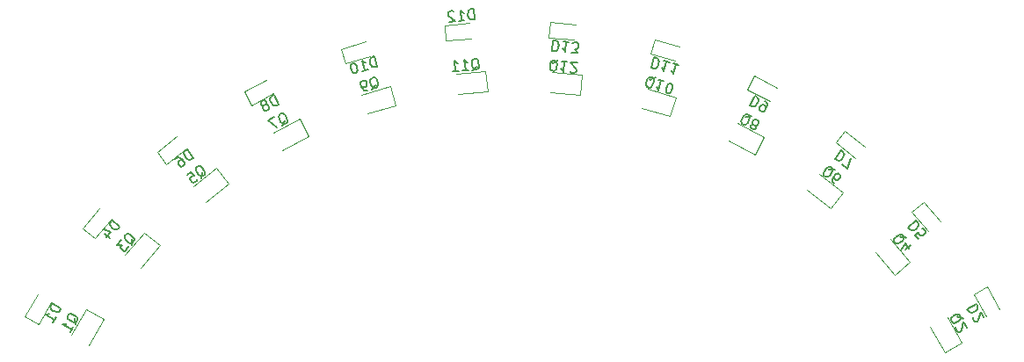
<source format=gbr>
%TF.GenerationSoftware,KiCad,Pcbnew,(6.0.4)*%
%TF.CreationDate,2022-09-17T01:55:58+09:00*%
%TF.ProjectId,robotrace_v1_Linesensor,726f626f-7472-4616-9365-5f76315f4c69,rev?*%
%TF.SameCoordinates,Original*%
%TF.FileFunction,Legend,Bot*%
%TF.FilePolarity,Positive*%
%FSLAX46Y46*%
G04 Gerber Fmt 4.6, Leading zero omitted, Abs format (unit mm)*
G04 Created by KiCad (PCBNEW (6.0.4)) date 2022-09-17 01:55:58*
%MOMM*%
%LPD*%
G01*
G04 APERTURE LIST*
%ADD10C,0.150000*%
%ADD11C,0.120000*%
G04 APERTURE END LIST*
D10*
%TO.C,D7*%
X176493778Y-49215617D02*
X175871263Y-49998226D01*
X176057599Y-50146443D01*
X176199043Y-50198107D01*
X176332864Y-50182860D01*
X176429419Y-50137969D01*
X176585260Y-50018545D01*
X176674191Y-49906744D01*
X176755498Y-49728032D01*
X176777518Y-49623854D01*
X176762271Y-49490033D01*
X176680113Y-49363835D01*
X176493778Y-49215617D01*
X176579337Y-50561453D02*
X177101076Y-50976463D01*
X177388187Y-49927063D01*
%TO.C,D10*%
X131788906Y-41119988D02*
X131504890Y-40161168D01*
X131276600Y-40228790D01*
X131153150Y-40315022D01*
X131088883Y-40433387D01*
X131070274Y-40538228D01*
X131078714Y-40734385D01*
X131119288Y-40871359D01*
X131219044Y-41040467D01*
X131291751Y-41118259D01*
X131410117Y-41182526D01*
X131560615Y-41187610D01*
X131788906Y-41119988D01*
X130327847Y-41552773D02*
X130875744Y-41390478D01*
X130601796Y-41471626D02*
X130317780Y-40512806D01*
X130449670Y-40622731D01*
X130568035Y-40686998D01*
X130672876Y-40705607D01*
X129450277Y-40769772D02*
X129358961Y-40796821D01*
X129281169Y-40869528D01*
X129249035Y-40928711D01*
X129230426Y-41033552D01*
X129238866Y-41229709D01*
X129306489Y-41457999D01*
X129406245Y-41627107D01*
X129478953Y-41704898D01*
X129538135Y-41737032D01*
X129642976Y-41755641D01*
X129734292Y-41728592D01*
X129812084Y-41655885D01*
X129844217Y-41596702D01*
X129862826Y-41491861D01*
X129854386Y-41295704D01*
X129786763Y-41067414D01*
X129687007Y-40898306D01*
X129614300Y-40820515D01*
X129555117Y-40788381D01*
X129450277Y-40769772D01*
%TO.C,D13*%
X148727604Y-38596734D02*
X148631758Y-39592130D01*
X148868757Y-39614951D01*
X149015521Y-39581243D01*
X149119449Y-39495572D01*
X149175977Y-39405336D01*
X149241633Y-39220301D01*
X149255325Y-39078101D01*
X149226182Y-38883938D01*
X149187910Y-38784574D01*
X149102238Y-38680647D01*
X148964603Y-38619555D01*
X148727604Y-38596734D01*
X150244398Y-38742785D02*
X149675600Y-38688016D01*
X149959999Y-38715400D02*
X149864153Y-39710796D01*
X149783046Y-39559469D01*
X149697375Y-39455541D01*
X149607139Y-39399013D01*
X150480351Y-39770130D02*
X151096549Y-39829463D01*
X150801263Y-39418315D01*
X150943462Y-39432008D01*
X151042826Y-39393736D01*
X151094790Y-39350900D01*
X151151318Y-39260665D01*
X151174138Y-39023666D01*
X151135867Y-38924302D01*
X151093031Y-38872338D01*
X151002795Y-38815810D01*
X150718396Y-38788426D01*
X150619033Y-38826697D01*
X150567069Y-38869533D01*
%TO.C,D6*%
X114069449Y-49923691D02*
X113446934Y-49141083D01*
X113260599Y-49289301D01*
X113178441Y-49415499D01*
X113163194Y-49549320D01*
X113185214Y-49653498D01*
X113266521Y-49832209D01*
X113355452Y-49944011D01*
X113511293Y-50063435D01*
X113607847Y-50108326D01*
X113741669Y-50123573D01*
X113883113Y-50071909D01*
X114069449Y-49923691D01*
X112328922Y-50030390D02*
X112477991Y-49911816D01*
X112582168Y-49889796D01*
X112649079Y-49897419D01*
X112812544Y-49949933D01*
X112968385Y-50069358D01*
X113205533Y-50367494D01*
X113227553Y-50471672D01*
X113219930Y-50538583D01*
X113175039Y-50635137D01*
X113025971Y-50753711D01*
X112921793Y-50775731D01*
X112854883Y-50768108D01*
X112758329Y-50723217D01*
X112610111Y-50536882D01*
X112588091Y-50432704D01*
X112595714Y-50365793D01*
X112640605Y-50269239D01*
X112789673Y-50150665D01*
X112893851Y-50128645D01*
X112960761Y-50136268D01*
X113057316Y-50181159D01*
%TO.C,Q9*%
X131285383Y-43366377D02*
X131363175Y-43293670D01*
X131427442Y-43175305D01*
X131523842Y-42997757D01*
X131601634Y-42925050D01*
X131692950Y-42898001D01*
X131714915Y-43139816D02*
X131792706Y-43067109D01*
X131856973Y-42948743D01*
X131848533Y-42752587D01*
X131753861Y-42432980D01*
X131654105Y-42263872D01*
X131535740Y-42199605D01*
X131430899Y-42180996D01*
X131248267Y-42235094D01*
X131170475Y-42307801D01*
X131106208Y-42426167D01*
X131114648Y-42622324D01*
X131209320Y-42941930D01*
X131309076Y-43111038D01*
X131427442Y-43175305D01*
X131532282Y-43193914D01*
X131714915Y-43139816D01*
X130847411Y-43396782D02*
X130664779Y-43450880D01*
X130559938Y-43432271D01*
X130500755Y-43400138D01*
X130368866Y-43290213D01*
X130269109Y-43121105D01*
X130160913Y-42755840D01*
X130179522Y-42650999D01*
X130211656Y-42591817D01*
X130289447Y-42519110D01*
X130472080Y-42465011D01*
X130576920Y-42483620D01*
X130636103Y-42515754D01*
X130708810Y-42593546D01*
X130776433Y-42821836D01*
X130757824Y-42926677D01*
X130725690Y-42985859D01*
X130647899Y-43058566D01*
X130465266Y-43112665D01*
X130360426Y-43094056D01*
X130301243Y-43061922D01*
X130228536Y-42984130D01*
%TO.C,Q8*%
X167860270Y-45876711D02*
X167753804Y-45874974D01*
X167625351Y-45915475D01*
X167432671Y-45976227D01*
X167326206Y-45974489D01*
X167241729Y-45930513D01*
X167393907Y-45741308D02*
X167287442Y-45739571D01*
X167158989Y-45780072D01*
X167028798Y-45927038D01*
X166874882Y-46222709D01*
X166829168Y-46413651D01*
X166869670Y-46542105D01*
X166932159Y-46628319D01*
X167101113Y-46716271D01*
X167207579Y-46718009D01*
X167336032Y-46677508D01*
X167466223Y-46530541D01*
X167620139Y-46234871D01*
X167665852Y-46043928D01*
X167625351Y-45915475D01*
X167562862Y-45829260D01*
X167393907Y-45741308D01*
X168017062Y-46709920D02*
X167910597Y-46708183D01*
X167846370Y-46728433D01*
X167760155Y-46790923D01*
X167738167Y-46833161D01*
X167736430Y-46939626D01*
X167756680Y-47003853D01*
X167819170Y-47090068D01*
X167988124Y-47178020D01*
X168094589Y-47179757D01*
X168158816Y-47159507D01*
X168245031Y-47097018D01*
X168267019Y-47054779D01*
X168268756Y-46948314D01*
X168248506Y-46884087D01*
X168186016Y-46797872D01*
X168017062Y-46709920D01*
X167954573Y-46623706D01*
X167934322Y-46559479D01*
X167936060Y-46453014D01*
X168024012Y-46284059D01*
X168110226Y-46221570D01*
X168174453Y-46201320D01*
X168280918Y-46203057D01*
X168449873Y-46291009D01*
X168512362Y-46377224D01*
X168532612Y-46441450D01*
X168530875Y-46547916D01*
X168442923Y-46716870D01*
X168356708Y-46779359D01*
X168292482Y-46799610D01*
X168186016Y-46797872D01*
%TO.C,D11*%
X158468060Y-40252484D02*
X158184044Y-41211304D01*
X158412335Y-41278926D01*
X158562833Y-41273842D01*
X158681199Y-41209575D01*
X158753906Y-41131783D01*
X158853662Y-40962675D01*
X158894236Y-40825701D01*
X158902676Y-40629544D01*
X158884067Y-40524704D01*
X158819800Y-40406338D01*
X158696350Y-40320107D01*
X158468060Y-40252484D01*
X159929118Y-40685269D02*
X159381221Y-40522975D01*
X159655170Y-40604122D02*
X159371154Y-41562942D01*
X159320412Y-41398918D01*
X159256145Y-41280553D01*
X159178353Y-41207846D01*
X160842280Y-40955760D02*
X160294383Y-40793466D01*
X160568331Y-40874613D02*
X160284316Y-41833433D01*
X160233573Y-41669409D01*
X160169306Y-41551044D01*
X160091515Y-41478337D01*
%TO.C,D12*%
X141132166Y-36563312D02*
X141036320Y-35567915D01*
X140799321Y-35590736D01*
X140661685Y-35651828D01*
X140576014Y-35755756D01*
X140537742Y-35855119D01*
X140508599Y-36049283D01*
X140522291Y-36191482D01*
X140587947Y-36376517D01*
X140644475Y-36466753D01*
X140748403Y-36552425D01*
X140895167Y-36586132D01*
X141132166Y-36563312D01*
X139615371Y-36709362D02*
X140184169Y-36654593D01*
X139899770Y-36681978D02*
X139803925Y-35686582D01*
X139912417Y-35819653D01*
X140016344Y-35905324D01*
X140115708Y-35943596D01*
X139149455Y-35845278D02*
X139097491Y-35802443D01*
X138998128Y-35764171D01*
X138761129Y-35786991D01*
X138670893Y-35843519D01*
X138628057Y-35895483D01*
X138589786Y-35994847D01*
X138598914Y-36089647D01*
X138660006Y-36227282D01*
X139283573Y-36741311D01*
X138667375Y-36800644D01*
%TO.C,D8*%
X122283884Y-44758878D02*
X121822136Y-43871867D01*
X121610943Y-43981807D01*
X121506215Y-44090010D01*
X121465714Y-44218463D01*
X121467451Y-44324928D01*
X121513165Y-44515871D01*
X121579129Y-44642587D01*
X121709319Y-44789553D01*
X121795534Y-44852042D01*
X121923987Y-44892543D01*
X122072691Y-44868818D01*
X122283884Y-44758878D01*
X121006301Y-44779727D02*
X121068790Y-44693513D01*
X121089041Y-44629286D01*
X121087304Y-44522821D01*
X121065316Y-44480582D01*
X120979101Y-44418093D01*
X120914874Y-44397842D01*
X120808409Y-44399580D01*
X120639455Y-44487532D01*
X120576965Y-44573747D01*
X120556715Y-44637973D01*
X120558452Y-44744438D01*
X120580440Y-44786677D01*
X120666655Y-44849166D01*
X120730882Y-44869417D01*
X120837347Y-44867679D01*
X121006301Y-44779727D01*
X121112766Y-44777990D01*
X121176993Y-44798240D01*
X121263208Y-44860730D01*
X121351160Y-45029684D01*
X121352897Y-45136149D01*
X121332647Y-45200376D01*
X121270158Y-45286591D01*
X121101203Y-45374543D01*
X120994738Y-45376280D01*
X120930511Y-45356030D01*
X120844297Y-45293540D01*
X120756344Y-45124586D01*
X120754607Y-45018121D01*
X120774858Y-44953894D01*
X120837347Y-44867679D01*
%TO.C,D4*%
X106990728Y-56561256D02*
X106230322Y-55911808D01*
X106075692Y-56092857D01*
X106019123Y-56232413D01*
X106029691Y-56366685D01*
X106071184Y-56464747D01*
X106185097Y-56624661D01*
X106293727Y-56717439D01*
X106469492Y-56804934D01*
X106572838Y-56830576D01*
X106707110Y-56820009D01*
X106836098Y-56742305D01*
X106990728Y-56561256D01*
X105556008Y-57214585D02*
X106062945Y-57647551D01*
X105420960Y-56786127D02*
X106118738Y-57068970D01*
X105716698Y-57539697D01*
%TO.C,Q12*%
X149191834Y-40477729D02*
X149092470Y-40516000D01*
X148988542Y-40601672D01*
X148832650Y-40730179D01*
X148733287Y-40768451D01*
X148638487Y-40759322D01*
X148708707Y-40526887D02*
X148609344Y-40565159D01*
X148505416Y-40650831D01*
X148439760Y-40835866D01*
X148407811Y-41167664D01*
X148436954Y-41361828D01*
X148522626Y-41465756D01*
X148612862Y-41522284D01*
X148802461Y-41540540D01*
X148901825Y-41502268D01*
X149005752Y-41416597D01*
X149071408Y-41231562D01*
X149103357Y-40899763D01*
X149074214Y-40705600D01*
X148988542Y-40601672D01*
X148898307Y-40545144D01*
X148708707Y-40526887D01*
X150083302Y-40659246D02*
X149514504Y-40604477D01*
X149798903Y-40631861D02*
X149703057Y-41627258D01*
X149621950Y-41475930D01*
X149536279Y-41372002D01*
X149446043Y-41315474D01*
X150375783Y-41596355D02*
X150418619Y-41648319D01*
X150508854Y-41704847D01*
X150745853Y-41727667D01*
X150845217Y-41689396D01*
X150897181Y-41646560D01*
X150953709Y-41556324D01*
X150962837Y-41461525D01*
X150929130Y-41314761D01*
X150415101Y-40691194D01*
X151031298Y-40750527D01*
%TO.C,Q2*%
X188205812Y-65444949D02*
X188117469Y-65385507D01*
X187987681Y-65349513D01*
X187792998Y-65295523D01*
X187704655Y-65236081D01*
X187657758Y-65153190D01*
X187888434Y-65077391D02*
X187800091Y-65017949D01*
X187670302Y-64981956D01*
X187481072Y-65034305D01*
X187190953Y-65198446D01*
X187048620Y-65333687D01*
X187012626Y-65463475D01*
X187018078Y-65569815D01*
X187111873Y-65735597D01*
X187200216Y-65795039D01*
X187330005Y-65831033D01*
X187519235Y-65778683D01*
X187809354Y-65614542D01*
X187951687Y-65479302D01*
X187987681Y-65349513D01*
X187982229Y-65243173D01*
X187888434Y-65077391D01*
X187499598Y-66227491D02*
X187481601Y-66292385D01*
X187487053Y-66398725D01*
X187604297Y-66605953D01*
X187692640Y-66665395D01*
X187757534Y-66683392D01*
X187863874Y-66677940D01*
X187946765Y-66631042D01*
X188047653Y-66519251D01*
X188263614Y-65740519D01*
X188568447Y-66279311D01*
%TO.C,D2*%
X189475667Y-63988997D02*
X188605312Y-64481421D01*
X188722555Y-64688648D01*
X188834347Y-64789536D01*
X188964136Y-64825529D01*
X189070475Y-64820078D01*
X189259706Y-64767728D01*
X189384043Y-64697382D01*
X189526376Y-64562141D01*
X189585818Y-64473798D01*
X189621812Y-64344010D01*
X189592911Y-64196225D01*
X189475667Y-63988997D01*
X189157177Y-65263433D02*
X189139181Y-65328328D01*
X189144633Y-65434667D01*
X189261876Y-65641895D01*
X189350219Y-65701337D01*
X189415114Y-65719334D01*
X189521453Y-65713882D01*
X189604344Y-65666984D01*
X189705232Y-65555193D01*
X189921193Y-64776462D01*
X190226027Y-65315253D01*
%TO.C,Q5*%
X114818285Y-51907981D02*
X114863176Y-51811426D01*
X114878423Y-51677605D01*
X114901294Y-51476873D01*
X114946184Y-51380319D01*
X115020718Y-51321032D01*
X115131669Y-51537011D02*
X115176559Y-51440457D01*
X115191806Y-51306635D01*
X115110499Y-51127924D01*
X114902994Y-50867054D01*
X114747153Y-50747630D01*
X114613332Y-50732383D01*
X114509154Y-50754403D01*
X114360086Y-50872977D01*
X114315196Y-50969531D01*
X114299949Y-51103352D01*
X114381256Y-51282064D01*
X114588761Y-51542933D01*
X114744602Y-51662358D01*
X114878423Y-51677605D01*
X114982601Y-51655585D01*
X115131669Y-51537011D01*
X113465677Y-51584422D02*
X113838347Y-51287987D01*
X114172050Y-51631014D01*
X114105139Y-51623390D01*
X114000962Y-51645410D01*
X113814626Y-51793628D01*
X113769736Y-51890182D01*
X113762112Y-51957093D01*
X113784132Y-52061270D01*
X113932350Y-52247606D01*
X114028904Y-52292496D01*
X114095815Y-52300120D01*
X114199993Y-52278100D01*
X114386328Y-52129882D01*
X114431218Y-52033328D01*
X114438842Y-51966417D01*
%TO.C,Q10*%
X158566260Y-42190584D02*
X158461419Y-42209193D01*
X158343054Y-42273460D01*
X158165506Y-42369861D01*
X158060665Y-42388470D01*
X157969349Y-42361421D01*
X158082630Y-42146655D02*
X157977789Y-42165264D01*
X157859424Y-42229531D01*
X157759668Y-42398639D01*
X157664996Y-42718245D01*
X157656556Y-42914402D01*
X157720823Y-43032767D01*
X157798614Y-43105475D01*
X157981247Y-43159573D01*
X158086088Y-43140964D01*
X158204453Y-43076697D01*
X158304209Y-42907589D01*
X158398881Y-42587982D01*
X158407321Y-42391825D01*
X158343054Y-42273460D01*
X158265262Y-42200753D01*
X158082630Y-42146655D01*
X159406714Y-42538866D02*
X158858817Y-42376572D01*
X159132766Y-42457719D02*
X158848750Y-43416539D01*
X158798008Y-43252516D01*
X158733741Y-43134150D01*
X158655949Y-43061443D01*
X159716254Y-43673505D02*
X159807570Y-43700554D01*
X159912411Y-43681945D01*
X159971593Y-43649812D01*
X160044301Y-43572020D01*
X160144057Y-43402912D01*
X160211680Y-43174622D01*
X160220120Y-42978465D01*
X160201511Y-42873624D01*
X160169377Y-42814442D01*
X160091585Y-42741735D01*
X160000269Y-42714686D01*
X159895429Y-42733295D01*
X159836246Y-42765428D01*
X159763539Y-42843220D01*
X159663783Y-43012327D01*
X159596160Y-43240618D01*
X159587720Y-43436775D01*
X159606329Y-43541615D01*
X159638462Y-43600798D01*
X159716254Y-43673505D01*
%TO.C,D1*%
X101311796Y-64434523D02*
X100441441Y-63942100D01*
X100324197Y-64149327D01*
X100295296Y-64297112D01*
X100331290Y-64426901D01*
X100390732Y-64515244D01*
X100533065Y-64650484D01*
X100657402Y-64720831D01*
X100846633Y-64773180D01*
X100952972Y-64778632D01*
X101082761Y-64742638D01*
X101194553Y-64641751D01*
X101311796Y-64434523D01*
X100561437Y-65760779D02*
X100842822Y-65263433D01*
X100702129Y-65512106D02*
X99831773Y-65019683D01*
X100003007Y-65007138D01*
X100132796Y-64971144D01*
X100221139Y-64911702D01*
%TO.C,Q6*%
X175863515Y-51050838D02*
X175759338Y-51028818D01*
X175625516Y-51044065D01*
X175424785Y-51066936D01*
X175320607Y-51044916D01*
X175246073Y-50985629D01*
X175431558Y-50828937D02*
X175327380Y-50806917D01*
X175193559Y-50822164D01*
X175037717Y-50941588D01*
X174830213Y-51202458D01*
X174748905Y-51381170D01*
X174764152Y-51514991D01*
X174809043Y-51611545D01*
X174958111Y-51730119D01*
X175062289Y-51752139D01*
X175196110Y-51736892D01*
X175351951Y-51617468D01*
X175559456Y-51356598D01*
X175640763Y-51177886D01*
X175625516Y-51044065D01*
X175580626Y-50947511D01*
X175431558Y-50828937D01*
X175815253Y-52411921D02*
X175666185Y-52293347D01*
X175621295Y-52196793D01*
X175613671Y-52129882D01*
X175628068Y-51958794D01*
X175709375Y-51780082D01*
X175946523Y-51481945D01*
X176043077Y-51437055D01*
X176109988Y-51429431D01*
X176214166Y-51451451D01*
X176363234Y-51570026D01*
X176408125Y-51666580D01*
X176415748Y-51733490D01*
X176393728Y-51837668D01*
X176245510Y-52024003D01*
X176148956Y-52068894D01*
X176082045Y-52076517D01*
X175977868Y-52054497D01*
X175828800Y-51935923D01*
X175783909Y-51839369D01*
X175776285Y-51772458D01*
X175798306Y-51668281D01*
%TO.C,D5*%
X183697257Y-55973661D02*
X182936851Y-56623109D01*
X183091482Y-56804158D01*
X183220470Y-56881861D01*
X183354742Y-56892428D01*
X183458087Y-56866786D01*
X183633853Y-56779291D01*
X183742482Y-56686513D01*
X183856395Y-56526599D01*
X183897889Y-56428537D01*
X183908456Y-56294265D01*
X183851888Y-56154710D01*
X183697257Y-55973661D01*
X183895560Y-57745613D02*
X183586299Y-57383515D01*
X183917471Y-57038044D01*
X183912188Y-57105180D01*
X183937830Y-57208525D01*
X184092460Y-57389574D01*
X184190522Y-57431068D01*
X184257658Y-57436352D01*
X184361004Y-57410709D01*
X184542053Y-57256079D01*
X184583547Y-57158017D01*
X184588830Y-57090881D01*
X184563188Y-56987535D01*
X184408557Y-56806486D01*
X184310495Y-56764993D01*
X184243359Y-56759709D01*
%TO.C,Q4*%
X182729230Y-57650341D02*
X182631168Y-57608847D01*
X182496896Y-57598280D01*
X182295489Y-57582429D01*
X182197427Y-57540935D01*
X182135574Y-57468516D01*
X182347550Y-57350095D02*
X182249488Y-57308601D01*
X182115216Y-57298034D01*
X181939450Y-57385529D01*
X181685982Y-57602011D01*
X181572069Y-57761925D01*
X181561501Y-57896197D01*
X181587144Y-57999543D01*
X181710848Y-58144382D01*
X181808910Y-58185876D01*
X181943182Y-58196443D01*
X182118947Y-58108949D01*
X182372416Y-57892466D01*
X182486329Y-57732552D01*
X182496896Y-57598280D01*
X182471254Y-57494934D01*
X182347550Y-57350095D01*
X182675617Y-58760725D02*
X183182554Y-58327760D01*
X182231308Y-58827085D02*
X182619825Y-58182144D01*
X183021864Y-58652872D01*
%TO.C,Q11*%
X140905346Y-41518154D02*
X140995582Y-41461626D01*
X141081253Y-41357699D01*
X141209761Y-41201807D01*
X141299996Y-41145279D01*
X141394796Y-41136151D01*
X141370216Y-41377714D02*
X141460452Y-41321186D01*
X141546123Y-41217258D01*
X141575267Y-41023095D01*
X141543318Y-40691296D01*
X141477662Y-40506261D01*
X141373734Y-40420589D01*
X141274371Y-40382318D01*
X141084771Y-40400574D01*
X140994536Y-40457102D01*
X140908864Y-40561030D01*
X140879721Y-40755193D01*
X140911669Y-41086992D01*
X140977326Y-41272027D01*
X141081253Y-41357699D01*
X141180617Y-41395970D01*
X141370216Y-41377714D01*
X139995622Y-41510072D02*
X140564419Y-41455303D01*
X140280020Y-41482688D02*
X140184175Y-40487292D01*
X140292667Y-40620363D01*
X140396594Y-40706034D01*
X140495958Y-40744306D01*
X139047625Y-41601354D02*
X139616423Y-41546585D01*
X139332024Y-41573970D02*
X139236178Y-40578573D01*
X139344670Y-40711645D01*
X139448598Y-40797316D01*
X139547962Y-40835588D01*
%TO.C,Q1*%
X102747433Y-65984270D02*
X102752885Y-65877930D01*
X102716892Y-65748142D01*
X102662901Y-65553459D01*
X102668353Y-65447119D01*
X102715251Y-65364228D01*
X102899030Y-65522917D02*
X102904482Y-65416578D01*
X102868488Y-65286789D01*
X102726155Y-65151549D01*
X102436036Y-64987408D01*
X102246806Y-64935058D01*
X102117017Y-64971052D01*
X102028674Y-65030494D01*
X101934879Y-65196276D01*
X101929427Y-65302616D01*
X101965421Y-65432404D01*
X102107754Y-65567645D01*
X102397872Y-65731786D01*
X102587103Y-65784135D01*
X102716892Y-65748142D01*
X102805235Y-65688699D01*
X102899030Y-65522917D01*
X102219016Y-66724837D02*
X102500401Y-66227491D01*
X102359709Y-66476164D02*
X101489353Y-65983741D01*
X101660587Y-65971196D01*
X101790376Y-65935202D01*
X101878718Y-65875760D01*
%TO.C,Q3*%
X108103594Y-58361641D02*
X108129237Y-58258295D01*
X108118669Y-58124023D01*
X108102818Y-57922616D01*
X108128461Y-57819270D01*
X108190313Y-57746850D01*
X108340436Y-57937691D02*
X108366078Y-57834345D01*
X108355511Y-57700073D01*
X108241598Y-57540159D01*
X107988129Y-57323676D01*
X107812364Y-57236182D01*
X107678092Y-57246749D01*
X107580030Y-57288243D01*
X107456325Y-57433082D01*
X107430683Y-57536428D01*
X107441251Y-57670699D01*
X107555164Y-57830614D01*
X107808632Y-58047096D01*
X107984398Y-58134591D01*
X108118669Y-58124023D01*
X108216731Y-58082530D01*
X108340436Y-57937691D01*
X107085212Y-57867600D02*
X106683173Y-58338327D01*
X107189334Y-58332267D01*
X107096556Y-58440897D01*
X107070914Y-58544242D01*
X107076197Y-58611378D01*
X107117691Y-58709440D01*
X107298740Y-58864071D01*
X107402085Y-58889713D01*
X107469221Y-58884429D01*
X107567283Y-58842936D01*
X107752840Y-58625677D01*
X107778482Y-58522331D01*
X107773199Y-58455195D01*
%TO.C,D9*%
X168133886Y-43956343D02*
X167672138Y-44843354D01*
X167883331Y-44953294D01*
X168032035Y-44977020D01*
X168160488Y-44936519D01*
X168246703Y-44874029D01*
X168376893Y-44727063D01*
X168442857Y-44600347D01*
X168488571Y-44409405D01*
X168490308Y-44302939D01*
X168449807Y-44174486D01*
X168345079Y-44066283D01*
X168133886Y-43956343D01*
X169063136Y-44440080D02*
X169232090Y-44528032D01*
X169294579Y-44614247D01*
X169314830Y-44678473D01*
X169333343Y-44849165D01*
X169287630Y-45040108D01*
X169111725Y-45378017D01*
X169025511Y-45440506D01*
X168961284Y-45460756D01*
X168854819Y-45459019D01*
X168685864Y-45371067D01*
X168623375Y-45284852D01*
X168603125Y-45220625D01*
X168604862Y-45114160D01*
X168714802Y-44902967D01*
X168801017Y-44840478D01*
X168865243Y-44820227D01*
X168971709Y-44821965D01*
X169140663Y-44909917D01*
X169203152Y-44996132D01*
X169223403Y-45060358D01*
X169221666Y-45166824D01*
%TO.C,Q7*%
X122645454Y-46848199D02*
X122707943Y-46761985D01*
X122748444Y-46633532D01*
X122809196Y-46440852D01*
X122871685Y-46354637D01*
X122956163Y-46310661D01*
X123023864Y-46543842D02*
X123086353Y-46457627D01*
X123126854Y-46329174D01*
X123081141Y-46138232D01*
X122927225Y-45842561D01*
X122797034Y-45695595D01*
X122668581Y-45655094D01*
X122562115Y-45656831D01*
X122393161Y-45744783D01*
X122330672Y-45830998D01*
X122290171Y-45959451D01*
X122335884Y-46150394D01*
X122489800Y-46446064D01*
X122619991Y-46593030D01*
X122748444Y-46633532D01*
X122854910Y-46631794D01*
X123023864Y-46543842D01*
X121886298Y-46008640D02*
X121294957Y-46316472D01*
X122136853Y-47005591D01*
D11*
%TO.C,D7*%
X176838419Y-47301409D02*
X178763635Y-48832795D01*
X175923322Y-48451843D02*
X176838419Y-47301409D01*
X177848538Y-49983229D02*
X175923322Y-48451843D01*
%TO.C,D10*%
X131065807Y-40137520D02*
X128707111Y-40836198D01*
X128707111Y-40836198D02*
X128289608Y-39426733D01*
X128289608Y-39426733D02*
X130648305Y-38728055D01*
%TO.C,D13*%
X148307196Y-38312512D02*
X148448089Y-36849280D01*
X148448089Y-36849280D02*
X150896764Y-37085060D01*
X150755870Y-38548293D02*
X148307196Y-38312512D01*
%TO.C,D6*%
X110563322Y-49368157D02*
X112488538Y-47836771D01*
X113403635Y-48987205D02*
X111478419Y-50518591D01*
X111478419Y-50518591D02*
X110563322Y-49368157D01*
%TO.C,Q9*%
X133566059Y-44852198D02*
X130823835Y-45664482D01*
X130278526Y-43823548D02*
X133020750Y-43011265D01*
X133020750Y-43011265D02*
X133566059Y-44852198D01*
%TO.C,Q8*%
X169023119Y-47877322D02*
X168136561Y-49580383D01*
X166486268Y-46556721D02*
X169023119Y-47877322D01*
X168136561Y-49580383D02*
X165599710Y-48259782D01*
%TO.C,D11*%
X158527111Y-38483802D02*
X160885807Y-39182480D01*
X158109608Y-39893267D02*
X158527111Y-38483802D01*
X160468305Y-40591945D02*
X158109608Y-39893267D01*
%TO.C,D12*%
X138247196Y-37167488D02*
X140695870Y-36931707D01*
X140836764Y-38394940D02*
X138388089Y-38630720D01*
X138388089Y-38630720D02*
X138247196Y-37167488D01*
%TO.C,D8*%
X118948177Y-43544550D02*
X121130223Y-42408648D01*
X119626947Y-44848456D02*
X118948177Y-43544550D01*
X121808994Y-43712554D02*
X119626947Y-44848456D01*
%TO.C,D4*%
X106158457Y-55769020D02*
X104560815Y-57639618D01*
X103443018Y-56684930D02*
X105040660Y-54814331D01*
X104560815Y-57639618D02*
X103443018Y-56684930D01*
%TO.C,Q12*%
X151493449Y-41942693D02*
X151309425Y-43853853D01*
X151309425Y-43853853D02*
X148462592Y-43579735D01*
X148646616Y-41668574D02*
X151493449Y-41942693D01*
%TO.C,Q2*%
X186420366Y-68701588D02*
X185012035Y-66212371D01*
X188091449Y-67756135D02*
X186420366Y-68701588D01*
X186683118Y-65266918D02*
X188091449Y-67756135D01*
%TO.C,D2*%
X190444227Y-65208216D02*
X189232865Y-63067141D01*
X189232865Y-63067141D02*
X190512288Y-62343278D01*
X190512288Y-62343278D02*
X191723650Y-64484353D01*
%TO.C,Q5*%
X114049778Y-52701211D02*
X116288037Y-50920819D01*
X116288037Y-50920819D02*
X117483265Y-52423427D01*
X117483265Y-52423427D02*
X115245006Y-54203818D01*
%TO.C,Q10*%
X157803835Y-43255518D02*
X160546059Y-44067802D01*
X160546059Y-44067802D02*
X160000750Y-45908735D01*
X160000750Y-45908735D02*
X157258526Y-45096452D01*
%TO.C,D1*%
X97852865Y-65232859D02*
X99064227Y-63091784D01*
X100343650Y-63815647D02*
X99132288Y-65956722D01*
X99132288Y-65956722D02*
X97852865Y-65232859D01*
%TO.C,Q6*%
X176623265Y-53236573D02*
X175428037Y-54739181D01*
X174385006Y-51456182D02*
X176623265Y-53236573D01*
X175428037Y-54739181D02*
X173189778Y-52958789D01*
%TO.C,D5*%
X184400815Y-54160382D02*
X185998457Y-56030980D01*
X184880660Y-56985669D02*
X183283018Y-55115070D01*
X183283018Y-55115070D02*
X184400815Y-54160382D01*
%TO.C,Q4*%
X181200542Y-57766124D02*
X183057963Y-59940885D01*
X183057963Y-59940885D02*
X181597984Y-61187825D01*
X181597984Y-61187825D02*
X179740562Y-59013064D01*
%TO.C,Q11*%
X139359592Y-41860265D02*
X142206425Y-41586147D01*
X142390449Y-43497307D02*
X139543616Y-43771426D01*
X142206425Y-41586147D02*
X142390449Y-43497307D01*
%TO.C,Q1*%
X102332035Y-67007629D02*
X103740366Y-64518412D01*
X103740366Y-64518412D02*
X105411449Y-65463865D01*
X105411449Y-65463865D02*
X104003118Y-67953082D01*
%TO.C,Q3*%
X109357984Y-57112175D02*
X110817963Y-58359115D01*
X107500562Y-59286936D02*
X109357984Y-57112175D01*
X110817963Y-58359115D02*
X108960542Y-60533876D01*
%TO.C,D9*%
X168106947Y-42011544D02*
X170288994Y-43147446D01*
X169610223Y-44451352D02*
X167428177Y-43315450D01*
X167428177Y-43315450D02*
X168106947Y-42011544D01*
%TO.C,Q7*%
X124276561Y-46159617D02*
X125163119Y-47862678D01*
X121739710Y-47480218D02*
X124276561Y-46159617D01*
X125163119Y-47862678D02*
X122626268Y-49183279D01*
%TD*%
M02*

</source>
